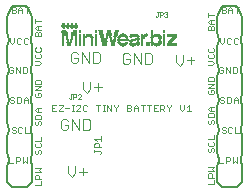
<source format=gto>
G75*
%MOIN*%
%OFA0B0*%
%FSLAX24Y24*%
%IPPOS*%
%LPD*%
%AMOC8*
5,1,8,0,0,1.08239X$1,22.5*
%
%ADD10C,0.0040*%
%ADD11C,0.0030*%
%ADD12C,0.0080*%
%ADD13R,0.0042X0.0007*%
%ADD14R,0.0035X0.0007*%
%ADD15R,0.0028X0.0007*%
%ADD16R,0.0099X0.0007*%
%ADD17R,0.0106X0.0007*%
%ADD18R,0.0092X0.0007*%
%ADD19R,0.0120X0.0007*%
%ADD20R,0.0113X0.0007*%
%ADD21R,0.0085X0.0007*%
%ADD22R,0.0333X0.0007*%
%ADD23R,0.0099X0.0007*%
%ADD24R,0.0106X0.0007*%
%ADD25R,0.0092X0.0007*%
%ADD26R,0.0163X0.0007*%
%ADD27R,0.0149X0.0007*%
%ADD28R,0.0092X0.0007*%
%ADD29R,0.0127X0.0007*%
%ADD30R,0.0333X0.0007*%
%ADD31R,0.0099X0.0007*%
%ADD32R,0.0106X0.0007*%
%ADD33R,0.0092X0.0007*%
%ADD34R,0.0113X0.0007*%
%ADD35R,0.0191X0.0007*%
%ADD36R,0.0177X0.0007*%
%ADD37R,0.0092X0.0007*%
%ADD38R,0.0149X0.0007*%
%ADD39R,0.0333X0.0007*%
%ADD40R,0.0120X0.0007*%
%ADD41R,0.0212X0.0007*%
%ADD42R,0.0191X0.0007*%
%ADD43R,0.0092X0.0007*%
%ADD44R,0.0177X0.0007*%
%ADD45R,0.0120X0.0007*%
%ADD46R,0.0234X0.0007*%
%ADD47R,0.0205X0.0007*%
%ADD48R,0.0099X0.0007*%
%ADD49R,0.0120X0.0007*%
%ADD50R,0.0092X0.0007*%
%ADD51R,0.0113X0.0007*%
%ADD52R,0.0120X0.0007*%
%ADD53R,0.0255X0.0007*%
%ADD54R,0.0220X0.0007*%
%ADD55R,0.0092X0.0007*%
%ADD56R,0.0106X0.0007*%
%ADD57R,0.0198X0.0007*%
%ADD58R,0.0333X0.0007*%
%ADD59R,0.0135X0.0007*%
%ADD60R,0.0127X0.0007*%
%ADD61R,0.0269X0.0007*%
%ADD62R,0.0326X0.0007*%
%ADD63R,0.0212X0.0007*%
%ADD64R,0.0135X0.0007*%
%ADD65R,0.0127X0.0007*%
%ADD66R,0.0127X0.0007*%
%ADD67R,0.0283X0.0007*%
%ADD68R,0.0333X0.0007*%
%ADD69R,0.0227X0.0007*%
%ADD70R,0.0135X0.0007*%
%ADD71R,0.0127X0.0007*%
%ADD72R,0.0290X0.0007*%
%ADD73R,0.0333X0.0007*%
%ADD74R,0.0135X0.0007*%
%ADD75R,0.0297X0.0007*%
%ADD76R,0.0340X0.0007*%
%ADD77R,0.0149X0.0007*%
%ADD78R,0.0135X0.0007*%
%ADD79R,0.0142X0.0007*%
%ADD80R,0.0312X0.0007*%
%ADD81R,0.0156X0.0007*%
%ADD82R,0.0340X0.0007*%
%ADD83R,0.0142X0.0007*%
%ADD84R,0.0120X0.0007*%
%ADD85R,0.0142X0.0007*%
%ADD86R,0.0326X0.0007*%
%ADD87R,0.0149X0.0007*%
%ADD88R,0.0142X0.0007*%
%ADD89R,0.0106X0.0007*%
%ADD90R,0.0127X0.0007*%
%ADD91R,0.0135X0.0007*%
%ADD92R,0.0113X0.0007*%
%ADD93R,0.0163X0.0007*%
%ADD94R,0.0163X0.0007*%
%ADD95R,0.0156X0.0007*%
%ADD96R,0.0113X0.0007*%
%ADD97R,0.0120X0.0007*%
%ADD98R,0.0163X0.0007*%
%ADD99R,0.0163X0.0007*%
%ADD100R,0.0085X0.0007*%
%ADD101R,0.0170X0.0007*%
%ADD102R,0.0177X0.0007*%
%ADD103R,0.0085X0.0007*%
%ADD104R,0.0078X0.0007*%
%ADD105R,0.0177X0.0007*%
%ADD106R,0.0106X0.0007*%
%ADD107R,0.0113X0.0007*%
%ADD108R,0.0085X0.0007*%
%ADD109R,0.0177X0.0007*%
%ADD110R,0.0085X0.0007*%
%ADD111R,0.0177X0.0007*%
%ADD112R,0.0177X0.0007*%
%ADD113R,0.0099X0.0007*%
%ADD114R,0.0184X0.0007*%
%ADD115R,0.0099X0.0007*%
%ADD116R,0.0368X0.0007*%
%ADD117R,0.0191X0.0007*%
%ADD118R,0.0368X0.0007*%
%ADD119R,0.0163X0.0007*%
%ADD120R,0.0184X0.0007*%
%ADD121R,0.0368X0.0007*%
%ADD122R,0.0290X0.0007*%
%ADD123R,0.0113X0.0007*%
%ADD124R,0.0085X0.0007*%
%ADD125R,0.0368X0.0007*%
%ADD126R,0.0276X0.0007*%
%ADD127R,0.0361X0.0007*%
%ADD128R,0.0255X0.0007*%
%ADD129R,0.0085X0.0007*%
%ADD130R,0.0361X0.0007*%
%ADD131R,0.0220X0.0007*%
%ADD132R,0.0361X0.0007*%
%ADD133R,0.0099X0.0007*%
%ADD134R,0.0106X0.0007*%
%ADD135R,0.0106X0.0007*%
%ADD136R,0.0120X0.0007*%
%ADD137R,0.0219X0.0007*%
%ADD138R,0.0142X0.0007*%
%ADD139R,0.0219X0.0007*%
%ADD140R,0.0312X0.0007*%
%ADD141R,0.0219X0.0007*%
%ADD142R,0.0347X0.0007*%
%ADD143R,0.0312X0.0007*%
%ADD144R,0.0304X0.0007*%
%ADD145R,0.0340X0.0007*%
%ADD146R,0.0312X0.0007*%
%ADD147R,0.0234X0.0007*%
%ADD148R,0.0297X0.0007*%
%ADD149R,0.0219X0.0007*%
%ADD150R,0.0312X0.0007*%
%ADD151R,0.0227X0.0007*%
%ADD152R,0.0283X0.0007*%
%ADD153R,0.0290X0.0007*%
%ADD154R,0.0269X0.0007*%
%ADD155R,0.0205X0.0007*%
%ADD156R,0.0184X0.0007*%
%ADD157R,0.0255X0.0007*%
%ADD158R,0.0198X0.0007*%
%ADD159R,0.0191X0.0007*%
%ADD160R,0.0184X0.0007*%
%ADD161R,0.0241X0.0007*%
%ADD162R,0.0255X0.0007*%
%ADD163R,0.0191X0.0007*%
%ADD164R,0.0198X0.0007*%
%ADD165R,0.0184X0.0007*%
%ADD166R,0.0234X0.0007*%
%ADD167R,0.0212X0.0007*%
%ADD168R,0.0184X0.0007*%
%ADD169R,0.0170X0.0007*%
%ADD170R,0.0170X0.0007*%
%ADD171R,0.0156X0.0007*%
%ADD172R,0.0035X0.0007*%
%ADD173R,0.0170X0.0007*%
%ADD174R,0.0042X0.0007*%
%ADD175R,0.0064X0.0007*%
%ADD176R,0.0028X0.0007*%
%ADD177R,0.0035X0.0007*%
%ADD178R,0.0156X0.0007*%
%ADD179R,0.0177X0.0007*%
%ADD180R,0.0170X0.0007*%
%ADD181R,0.0028X0.0007*%
%ADD182R,0.0028X0.0007*%
%ADD183R,0.0057X0.0007*%
%ADD184R,0.0057X0.0007*%
%ADD185R,0.0042X0.0007*%
%ADD186R,0.0043X0.0007*%
%ADD187R,0.0050X0.0007*%
%ADD188R,0.0050X0.0007*%
%ADD189R,0.0043X0.0007*%
%ADD190R,0.0043X0.0007*%
%ADD191R,0.0035X0.0007*%
%ADD192R,0.0035X0.0007*%
%ADD193R,0.0078X0.0007*%
%ADD194R,0.0064X0.0007*%
%ADD195C,0.0020*%
%ADD196C,0.0010*%
D10*
X001422Y001410D02*
X001555Y001410D01*
X001643Y001410D02*
X001643Y001610D01*
X001743Y001610D01*
X001776Y001577D01*
X001776Y001510D01*
X001743Y001477D01*
X001643Y001477D01*
X001864Y001410D02*
X001864Y001610D01*
X001997Y001610D02*
X001997Y001410D01*
X001931Y001477D01*
X001864Y001410D01*
X001422Y001410D02*
X001422Y001610D01*
X002276Y001743D02*
X002310Y001709D01*
X002343Y001709D01*
X002376Y001743D01*
X002376Y001809D01*
X002410Y001843D01*
X002443Y001843D01*
X002476Y001809D01*
X002476Y001743D01*
X002443Y001709D01*
X002276Y001743D02*
X002276Y001809D01*
X002310Y001843D01*
X002310Y001930D02*
X002443Y001930D01*
X002476Y001964D01*
X002476Y002030D01*
X002443Y002064D01*
X002476Y002151D02*
X002476Y002285D01*
X002476Y002151D02*
X002276Y002151D01*
X002310Y002064D02*
X002276Y002030D01*
X002276Y001964D01*
X002310Y001930D01*
X002076Y002394D02*
X001943Y002394D01*
X001943Y002595D01*
X001855Y002561D02*
X001822Y002595D01*
X001755Y002595D01*
X001722Y002561D01*
X001722Y002428D01*
X001755Y002394D01*
X001822Y002394D01*
X001855Y002428D01*
X001634Y002428D02*
X001601Y002394D01*
X001534Y002394D01*
X001501Y002428D01*
X001534Y002494D02*
X001601Y002494D01*
X001634Y002461D01*
X001634Y002428D01*
X001534Y002494D02*
X001501Y002528D01*
X001501Y002561D01*
X001534Y002595D01*
X001601Y002595D01*
X001634Y002561D01*
X002284Y002703D02*
X002318Y002670D01*
X002351Y002670D01*
X002384Y002703D01*
X002384Y002770D01*
X002418Y002803D01*
X002451Y002803D01*
X002484Y002770D01*
X002484Y002703D01*
X002451Y002670D01*
X002284Y002703D02*
X002284Y002770D01*
X002318Y002803D01*
X002284Y002891D02*
X002284Y002991D01*
X002318Y003024D01*
X002451Y003024D01*
X002484Y002991D01*
X002484Y002891D01*
X002284Y002891D01*
X002351Y003112D02*
X002284Y003179D01*
X002351Y003245D01*
X002484Y003245D01*
X002384Y003245D02*
X002384Y003112D01*
X002351Y003112D02*
X002484Y003112D01*
X002852Y003144D02*
X002986Y003144D01*
X003073Y003144D02*
X003073Y003178D01*
X003207Y003311D01*
X003207Y003345D01*
X003073Y003345D01*
X002986Y003345D02*
X002852Y003345D01*
X002852Y003144D01*
X002852Y003245D02*
X002919Y003245D01*
X003073Y003144D02*
X003207Y003144D01*
X003294Y003245D02*
X003428Y003245D01*
X003515Y003144D02*
X003582Y003144D01*
X003548Y003144D02*
X003548Y003345D01*
X003515Y003345D02*
X003582Y003345D01*
X003662Y003311D02*
X003696Y003345D01*
X003763Y003345D01*
X003796Y003311D01*
X003796Y003278D01*
X003662Y003144D01*
X003796Y003144D01*
X003883Y003178D02*
X003917Y003144D01*
X003984Y003144D01*
X004017Y003178D01*
X004017Y003311D02*
X003984Y003345D01*
X003917Y003345D01*
X003883Y003311D01*
X003883Y003178D01*
X004325Y003345D02*
X004459Y003345D01*
X004392Y003345D02*
X004392Y003144D01*
X004546Y003144D02*
X004613Y003144D01*
X004580Y003144D02*
X004580Y003345D01*
X004613Y003345D02*
X004546Y003345D01*
X004694Y003345D02*
X004827Y003144D01*
X004827Y003345D01*
X004915Y003345D02*
X004915Y003311D01*
X004981Y003245D01*
X004981Y003144D01*
X004981Y003245D02*
X005048Y003311D01*
X005048Y003345D01*
X005357Y003345D02*
X005357Y003144D01*
X005457Y003144D01*
X005490Y003178D01*
X005490Y003211D01*
X005457Y003245D01*
X005357Y003245D01*
X005457Y003245D02*
X005490Y003278D01*
X005490Y003311D01*
X005457Y003345D01*
X005357Y003345D01*
X005578Y003278D02*
X005644Y003345D01*
X005711Y003278D01*
X005711Y003144D01*
X005711Y003245D02*
X005578Y003245D01*
X005578Y003278D02*
X005578Y003144D01*
X005865Y003144D02*
X005865Y003345D01*
X005799Y003345D02*
X005932Y003345D01*
X006020Y003345D02*
X006153Y003345D01*
X006086Y003345D02*
X006086Y003144D01*
X006241Y003144D02*
X006374Y003144D01*
X006462Y003144D02*
X006462Y003345D01*
X006562Y003345D01*
X006595Y003311D01*
X006595Y003245D01*
X006562Y003211D01*
X006462Y003211D01*
X006528Y003211D02*
X006595Y003144D01*
X006749Y003144D02*
X006749Y003245D01*
X006816Y003311D01*
X006816Y003345D01*
X006749Y003245D02*
X006683Y003311D01*
X006683Y003345D01*
X006374Y003345D02*
X006241Y003345D01*
X006241Y003144D01*
X006241Y003245D02*
X006307Y003245D01*
X007125Y003211D02*
X007191Y003144D01*
X007258Y003211D01*
X007258Y003345D01*
X007346Y003278D02*
X007412Y003345D01*
X007412Y003144D01*
X007346Y003144D02*
X007479Y003144D01*
X007125Y003211D02*
X007125Y003345D01*
X008060Y003222D02*
X008126Y003289D01*
X008260Y003289D01*
X008160Y003289D02*
X008160Y003155D01*
X008126Y003155D02*
X008060Y003222D01*
X008126Y003155D02*
X008260Y003155D01*
X008227Y003068D02*
X008093Y003068D01*
X008060Y003034D01*
X008060Y002934D01*
X008260Y002934D01*
X008260Y003034D01*
X008227Y003068D01*
X008227Y002847D02*
X008260Y002813D01*
X008260Y002747D01*
X008227Y002713D01*
X008160Y002747D02*
X008160Y002813D01*
X008193Y002847D01*
X008227Y002847D01*
X008160Y002747D02*
X008126Y002713D01*
X008093Y002713D01*
X008060Y002747D01*
X008060Y002813D01*
X008093Y002847D01*
X008501Y002561D02*
X008501Y002528D01*
X008534Y002494D01*
X008601Y002494D01*
X008634Y002461D01*
X008634Y002428D01*
X008601Y002394D01*
X008534Y002394D01*
X008501Y002428D01*
X008501Y002561D02*
X008534Y002595D01*
X008601Y002595D01*
X008634Y002561D01*
X008722Y002561D02*
X008722Y002428D01*
X008755Y002394D01*
X008822Y002394D01*
X008855Y002428D01*
X008943Y002394D02*
X009076Y002394D01*
X008943Y002394D02*
X008943Y002595D01*
X008855Y002561D02*
X008822Y002595D01*
X008755Y002595D01*
X008722Y002561D01*
X008260Y002344D02*
X008260Y002210D01*
X008060Y002210D01*
X008093Y002123D02*
X008060Y002089D01*
X008060Y002023D01*
X008093Y001989D01*
X008227Y001989D01*
X008260Y002023D01*
X008260Y002089D01*
X008227Y002123D01*
X008227Y001902D02*
X008260Y001869D01*
X008260Y001802D01*
X008227Y001768D01*
X008160Y001802D02*
X008160Y001869D01*
X008193Y001902D01*
X008227Y001902D01*
X008093Y001902D02*
X008060Y001869D01*
X008060Y001802D01*
X008093Y001768D01*
X008126Y001768D01*
X008160Y001802D01*
X008422Y001610D02*
X008422Y001410D01*
X008555Y001410D01*
X008643Y001410D02*
X008643Y001610D01*
X008743Y001610D01*
X008776Y001577D01*
X008776Y001510D01*
X008743Y001477D01*
X008643Y001477D01*
X008864Y001410D02*
X008864Y001610D01*
X008997Y001610D02*
X008997Y001410D01*
X008931Y001477D01*
X008864Y001410D01*
X008260Y001281D02*
X008060Y001281D01*
X008060Y001147D02*
X008260Y001147D01*
X008193Y001214D01*
X008260Y001281D01*
X008160Y001060D02*
X008193Y001027D01*
X008193Y000926D01*
X008260Y000926D02*
X008060Y000926D01*
X008060Y001027D01*
X008093Y001060D01*
X008160Y001060D01*
X008260Y000839D02*
X008260Y000705D01*
X008060Y000705D01*
X004694Y003144D02*
X004694Y003345D01*
X002484Y003648D02*
X002451Y003615D01*
X002318Y003615D01*
X002284Y003648D01*
X002284Y003715D01*
X002318Y003748D01*
X002284Y003715D01*
X002284Y003648D01*
X002318Y003615D01*
X002451Y003615D01*
X002484Y003648D01*
X002484Y003715D01*
X002451Y003748D01*
X002384Y003748D01*
X002384Y003682D01*
X002384Y003748D01*
X002451Y003748D01*
X002484Y003715D01*
X002484Y003648D01*
X002484Y003836D02*
X002284Y003836D01*
X002484Y003969D01*
X002284Y003969D01*
X002484Y003969D01*
X002284Y003836D01*
X002484Y003836D01*
X002484Y004057D02*
X002284Y004057D01*
X002284Y004157D01*
X002318Y004190D01*
X002451Y004190D01*
X002484Y004157D01*
X002484Y004057D01*
X002484Y004157D01*
X002451Y004190D01*
X002318Y004190D01*
X002284Y004157D01*
X002284Y004057D01*
X002484Y004057D01*
X001997Y004436D02*
X001964Y004402D01*
X001864Y004402D01*
X001864Y004602D01*
X001964Y004602D01*
X001997Y004569D01*
X001997Y004436D01*
X001776Y004402D02*
X001776Y004602D01*
X001643Y004602D02*
X001776Y004402D01*
X001643Y004402D02*
X001643Y004602D01*
X001555Y004569D02*
X001522Y004602D01*
X001455Y004602D01*
X001422Y004569D01*
X001422Y004436D01*
X001455Y004402D01*
X001522Y004402D01*
X001555Y004436D01*
X001555Y004502D01*
X001489Y004502D01*
X002288Y004684D02*
X002421Y004684D01*
X002488Y004751D01*
X002421Y004818D01*
X002288Y004818D01*
X002321Y004905D02*
X002455Y004905D01*
X002488Y004939D01*
X002488Y005005D01*
X002455Y005039D01*
X002455Y005126D02*
X002321Y005126D01*
X002288Y005160D01*
X002288Y005226D01*
X002321Y005260D01*
X002455Y005260D02*
X002488Y005226D01*
X002488Y005160D01*
X002455Y005126D01*
X002321Y005039D02*
X002288Y005005D01*
X002288Y004939D01*
X002321Y004905D01*
X002003Y005387D02*
X001937Y005387D01*
X001903Y005420D01*
X001903Y005553D01*
X001937Y005587D01*
X002003Y005587D01*
X002037Y005553D01*
X002037Y005420D02*
X002003Y005387D01*
X001816Y005420D02*
X001782Y005387D01*
X001716Y005387D01*
X001682Y005420D01*
X001682Y005553D01*
X001716Y005587D01*
X001782Y005587D01*
X001816Y005553D01*
X001595Y005587D02*
X001595Y005453D01*
X001528Y005387D01*
X001461Y005453D01*
X001461Y005587D01*
X002272Y005631D02*
X002272Y005731D01*
X002306Y005764D01*
X002339Y005764D01*
X002372Y005731D01*
X002372Y005631D01*
X002472Y005631D02*
X002272Y005631D01*
X002372Y005731D02*
X002406Y005764D01*
X002439Y005764D01*
X002472Y005731D01*
X002472Y005631D01*
X002472Y005852D02*
X002339Y005852D01*
X002272Y005919D01*
X002339Y005985D01*
X002472Y005985D01*
X002372Y005985D02*
X002372Y005852D01*
X002272Y006073D02*
X002272Y006206D01*
X002272Y006140D02*
X002472Y006140D01*
X002009Y006410D02*
X002009Y006610D01*
X001943Y006610D02*
X002076Y006610D01*
X001855Y006544D02*
X001855Y006410D01*
X001722Y006410D02*
X001722Y006544D01*
X001788Y006610D01*
X001855Y006544D01*
X001855Y006510D02*
X001722Y006510D01*
X001634Y006477D02*
X001634Y006444D01*
X001601Y006410D01*
X001501Y006410D01*
X001501Y006610D01*
X001601Y006610D01*
X001634Y006577D01*
X001634Y006544D01*
X001601Y006510D01*
X001501Y006510D01*
X001601Y006510D02*
X001634Y006477D01*
X001682Y003618D02*
X001782Y003618D01*
X001816Y003585D01*
X001816Y003451D01*
X001782Y003418D01*
X001682Y003418D01*
X001682Y003618D01*
X001595Y003585D02*
X001561Y003618D01*
X001495Y003618D01*
X001461Y003585D01*
X001461Y003551D01*
X001495Y003518D01*
X001561Y003518D01*
X001595Y003485D01*
X001595Y003451D01*
X001561Y003418D01*
X001495Y003418D01*
X001461Y003451D01*
X001903Y003418D02*
X001903Y003551D01*
X001970Y003618D01*
X002037Y003551D01*
X002037Y003418D01*
X002037Y003518D02*
X001903Y003518D01*
X002284Y001238D02*
X002484Y001238D01*
X002418Y001171D01*
X002484Y001104D01*
X002284Y001104D01*
X002318Y001017D02*
X002284Y000983D01*
X002284Y000883D01*
X002484Y000883D01*
X002418Y000883D02*
X002418Y000983D01*
X002384Y001017D01*
X002318Y001017D01*
X002484Y000796D02*
X002484Y000662D01*
X002284Y000662D01*
X008060Y003731D02*
X008093Y003698D01*
X008227Y003698D01*
X008260Y003731D01*
X008260Y003798D01*
X008227Y003831D01*
X008160Y003831D01*
X008160Y003764D01*
X008093Y003831D02*
X008060Y003798D01*
X008060Y003731D01*
X008060Y003919D02*
X008260Y004052D01*
X008060Y004052D01*
X008060Y004140D02*
X008060Y004240D01*
X008093Y004273D01*
X008227Y004273D01*
X008260Y004240D01*
X008260Y004140D01*
X008060Y004140D01*
X008060Y003919D02*
X008260Y003919D01*
X008495Y003618D02*
X008461Y003585D01*
X008461Y003551D01*
X008495Y003518D01*
X008561Y003518D01*
X008595Y003485D01*
X008595Y003451D01*
X008561Y003418D01*
X008495Y003418D01*
X008461Y003451D01*
X008495Y003618D02*
X008561Y003618D01*
X008595Y003585D01*
X008682Y003618D02*
X008782Y003618D01*
X008816Y003585D01*
X008816Y003451D01*
X008782Y003418D01*
X008682Y003418D01*
X008682Y003618D01*
X008903Y003551D02*
X008903Y003418D01*
X008903Y003518D02*
X009037Y003518D01*
X009037Y003551D02*
X008970Y003618D01*
X008903Y003551D01*
X009037Y003551D02*
X009037Y003418D01*
X008964Y004402D02*
X008864Y004402D01*
X008864Y004602D01*
X008964Y004602D01*
X008997Y004569D01*
X008997Y004436D01*
X008964Y004402D01*
X008776Y004402D02*
X008776Y004602D01*
X008643Y004602D02*
X008776Y004402D01*
X008643Y004402D02*
X008643Y004602D01*
X008555Y004569D02*
X008522Y004602D01*
X008455Y004602D01*
X008422Y004569D01*
X008422Y004436D01*
X008455Y004402D01*
X008522Y004402D01*
X008555Y004436D01*
X008555Y004502D01*
X008489Y004502D01*
X008260Y004749D02*
X008193Y004682D01*
X008060Y004682D01*
X008060Y004815D02*
X008193Y004815D01*
X008260Y004749D01*
X008227Y004903D02*
X008093Y004903D01*
X008060Y004936D01*
X008060Y005003D01*
X008093Y005036D01*
X008093Y005124D02*
X008227Y005124D01*
X008260Y005157D01*
X008260Y005224D01*
X008227Y005257D01*
X008093Y005257D02*
X008060Y005224D01*
X008060Y005157D01*
X008093Y005124D01*
X008227Y005036D02*
X008260Y005003D01*
X008260Y004936D01*
X008227Y004903D01*
X008528Y005387D02*
X008595Y005453D01*
X008595Y005587D01*
X008682Y005553D02*
X008682Y005420D01*
X008716Y005387D01*
X008782Y005387D01*
X008816Y005420D01*
X008903Y005420D02*
X008937Y005387D01*
X009003Y005387D01*
X009037Y005420D01*
X009037Y005553D02*
X009003Y005587D01*
X008937Y005587D01*
X008903Y005553D01*
X008903Y005420D01*
X008816Y005553D02*
X008782Y005587D01*
X008716Y005587D01*
X008682Y005553D01*
X008461Y005587D02*
X008461Y005453D01*
X008528Y005387D01*
X008236Y005831D02*
X008036Y005831D01*
X008036Y005932D01*
X008069Y005965D01*
X008103Y005965D01*
X008136Y005932D01*
X008136Y005831D01*
X008236Y005831D02*
X008236Y005932D01*
X008203Y005965D01*
X008170Y005965D01*
X008136Y005932D01*
X008136Y006052D02*
X008136Y006186D01*
X008103Y006186D02*
X008236Y006186D01*
X008103Y006186D02*
X008036Y006119D01*
X008103Y006052D01*
X008236Y006052D01*
X008236Y006340D02*
X008036Y006340D01*
X008036Y006273D02*
X008036Y006407D01*
X008501Y006410D02*
X008601Y006410D01*
X008634Y006444D01*
X008634Y006477D01*
X008601Y006510D01*
X008501Y006510D01*
X008601Y006510D02*
X008634Y006544D01*
X008634Y006577D01*
X008601Y006610D01*
X008501Y006610D01*
X008501Y006410D01*
X008722Y006410D02*
X008722Y006544D01*
X008788Y006610D01*
X008855Y006544D01*
X008855Y006410D01*
X009009Y006410D02*
X009009Y006610D01*
X008943Y006610D02*
X009076Y006610D01*
X008855Y006510D02*
X008722Y006510D01*
D11*
X007227Y005020D02*
X007227Y004773D01*
X007103Y004649D01*
X006980Y004773D01*
X006980Y005020D01*
X007348Y004834D02*
X007595Y004834D01*
X007472Y004711D02*
X007472Y004958D01*
X006184Y005013D02*
X006184Y004766D01*
X006122Y004704D01*
X005937Y004704D01*
X005937Y005075D01*
X006122Y005075D01*
X006184Y005013D01*
X005816Y005075D02*
X005816Y004704D01*
X005569Y005075D01*
X005569Y004704D01*
X005447Y004766D02*
X005447Y004890D01*
X005324Y004890D01*
X005200Y005013D02*
X005200Y004766D01*
X005262Y004704D01*
X005386Y004704D01*
X005447Y004766D01*
X005447Y005013D02*
X005386Y005075D01*
X005262Y005075D01*
X005200Y005013D01*
X004452Y005048D02*
X004452Y004802D01*
X004390Y004740D01*
X004205Y004740D01*
X004205Y005110D01*
X004390Y005110D01*
X004452Y005048D01*
X004083Y005110D02*
X004083Y004740D01*
X003836Y005110D01*
X003836Y004740D01*
X003715Y004802D02*
X003715Y004925D01*
X003592Y004925D01*
X003715Y005048D02*
X003653Y005110D01*
X003530Y005110D01*
X003468Y005048D01*
X003468Y004802D01*
X003530Y004740D01*
X003653Y004740D01*
X003715Y004802D01*
X003882Y004122D02*
X003882Y003875D01*
X004005Y003752D01*
X004128Y003875D01*
X004128Y004122D01*
X004250Y003937D02*
X004497Y003937D01*
X004373Y004060D02*
X004373Y003813D01*
X004063Y002874D02*
X003878Y002874D01*
X003878Y002504D01*
X004063Y002504D01*
X004125Y002565D01*
X004125Y002812D01*
X004063Y002874D01*
X003757Y002874D02*
X003757Y002504D01*
X003510Y002874D01*
X003510Y002504D01*
X003388Y002565D02*
X003388Y002689D01*
X003265Y002689D01*
X003388Y002812D02*
X003327Y002874D01*
X003203Y002874D01*
X003141Y002812D01*
X003141Y002565D01*
X003203Y002504D01*
X003327Y002504D01*
X003388Y002565D01*
X003382Y001311D02*
X003382Y001064D01*
X003505Y000941D01*
X003628Y001064D01*
X003628Y001311D01*
X003873Y001249D02*
X003873Y001002D01*
X003750Y001126D02*
X003997Y001126D01*
D12*
X001522Y000603D02*
X001351Y000774D01*
X001351Y001274D01*
X001404Y001524D01*
X001351Y001774D01*
X001351Y002274D01*
X001404Y002524D01*
X001351Y002774D01*
X001351Y003274D01*
X001404Y003524D01*
X001351Y003774D01*
X001351Y004274D01*
X001404Y004524D01*
X001351Y004774D01*
X001351Y005274D01*
X001404Y005524D01*
X001351Y005774D01*
X001351Y006274D01*
X001522Y006642D01*
X002022Y006642D01*
X002193Y006274D01*
X002193Y005774D01*
X002140Y005524D01*
X002193Y005274D01*
X002193Y004774D01*
X002140Y004524D01*
X002193Y004274D01*
X002193Y003774D01*
X002140Y003524D01*
X002193Y003274D01*
X002193Y002774D01*
X002140Y002524D01*
X002193Y002274D01*
X002193Y001774D01*
X002140Y001524D01*
X002193Y001274D01*
X002193Y000774D01*
X002022Y000603D01*
X001522Y000603D01*
X008351Y000774D02*
X008522Y000603D01*
X009022Y000603D01*
X009193Y000774D01*
X009193Y001274D01*
X009140Y001524D01*
X009193Y001774D01*
X009193Y002274D01*
X009140Y002524D01*
X009193Y002774D01*
X009193Y003274D01*
X009140Y003524D01*
X009193Y003774D01*
X009193Y004274D01*
X009140Y004524D01*
X009193Y004774D01*
X009193Y005274D01*
X009140Y005524D01*
X009193Y005774D01*
X009193Y006274D01*
X009022Y006642D01*
X008522Y006642D01*
X008351Y006274D01*
X008351Y005774D01*
X008404Y005524D01*
X008351Y005274D01*
X008351Y004774D01*
X008404Y004524D01*
X008351Y004274D01*
X008351Y003774D01*
X008404Y003524D01*
X008351Y003274D01*
X008351Y002774D01*
X008404Y002524D01*
X008351Y002274D01*
X008351Y001774D01*
X008404Y001524D01*
X008351Y001274D01*
X008351Y000774D01*
D13*
X005216Y005292D03*
X003679Y005943D03*
X003665Y005986D03*
X003594Y005943D03*
X003594Y005936D03*
X003545Y005943D03*
X003530Y005986D03*
X003460Y005943D03*
X003460Y005936D03*
X003410Y005943D03*
X003396Y005986D03*
X003261Y005986D03*
X003190Y005943D03*
X003190Y005936D03*
X003233Y005886D03*
X003368Y005886D03*
X003502Y005886D03*
X003637Y005886D03*
D14*
X003229Y006035D03*
X005545Y005292D03*
D15*
X006016Y005695D03*
X006342Y005292D03*
D16*
X006342Y005299D03*
X006455Y005447D03*
X006455Y005462D03*
X006455Y005497D03*
X006455Y005511D03*
X006448Y005561D03*
X006596Y005561D03*
X006596Y005547D03*
X006596Y005511D03*
X006596Y005497D03*
X006596Y005462D03*
X006596Y005447D03*
X006596Y005412D03*
X006596Y005398D03*
X006596Y005370D03*
X006596Y005348D03*
X006596Y005320D03*
X006596Y005299D03*
X006596Y005589D03*
X006596Y005610D03*
X006596Y005639D03*
X006596Y005660D03*
X006596Y005738D03*
X006596Y005766D03*
X006596Y005787D03*
X006596Y005816D03*
X006186Y005547D03*
X005860Y005511D03*
X005860Y005497D03*
X005860Y005462D03*
X005860Y005447D03*
X005860Y005412D03*
X005860Y005398D03*
X005860Y005370D03*
X005860Y005348D03*
X005860Y005320D03*
X005860Y005299D03*
X005711Y005447D03*
X005711Y005462D03*
X005711Y005561D03*
X005711Y005589D03*
X005485Y005589D03*
X005478Y005447D03*
X005336Y005412D03*
X005329Y005398D03*
X005336Y005547D03*
X005322Y005589D03*
X005081Y005561D03*
X005081Y005547D03*
X004954Y005589D03*
X004947Y005561D03*
X004939Y005547D03*
X004932Y005511D03*
X004925Y005497D03*
X004805Y005547D03*
X004791Y005610D03*
X004543Y005497D03*
X004600Y005299D03*
X004869Y005299D03*
X005088Y005412D03*
X004175Y005412D03*
X004175Y005398D03*
X004175Y005370D03*
X004175Y005348D03*
X004175Y005320D03*
X004175Y005299D03*
X004175Y005447D03*
X004175Y005462D03*
X004175Y005497D03*
X004175Y005511D03*
X004175Y005547D03*
X004175Y005561D03*
X003927Y005561D03*
X003927Y005547D03*
X003778Y005547D03*
X003778Y005561D03*
X003778Y005589D03*
X003778Y005610D03*
X003778Y005639D03*
X003778Y005660D03*
X003778Y005738D03*
X003778Y005766D03*
X003778Y005787D03*
X003778Y005816D03*
X003630Y005639D03*
X003630Y005610D03*
X003630Y005589D03*
X003630Y005561D03*
X003630Y005547D03*
X003630Y005511D03*
X003630Y005497D03*
X003630Y005462D03*
X003630Y005447D03*
X003630Y005412D03*
X003630Y005398D03*
X003630Y005370D03*
X003630Y005348D03*
X003630Y005320D03*
X003630Y005299D03*
X003778Y005299D03*
X003778Y005320D03*
X003778Y005348D03*
X003778Y005370D03*
X003778Y005398D03*
X003778Y005412D03*
X003778Y005447D03*
X003778Y005462D03*
X003778Y005497D03*
X003778Y005511D03*
X003226Y005511D03*
X003226Y005497D03*
X003226Y005462D03*
X003226Y005447D03*
X003226Y005412D03*
X003226Y005398D03*
X003226Y005370D03*
X003226Y005348D03*
X003226Y005320D03*
X003226Y005299D03*
X003226Y005547D03*
X003226Y005561D03*
X003226Y005589D03*
X003226Y005610D03*
X003226Y005639D03*
D17*
X003428Y005299D03*
X004164Y005589D03*
X004497Y005660D03*
X004504Y005639D03*
X004511Y005610D03*
X004518Y005589D03*
X004525Y005561D03*
X004539Y005511D03*
X004490Y005688D03*
X004957Y005610D03*
X004964Y005639D03*
X004971Y005660D03*
X004993Y005738D03*
X005000Y005766D03*
X005007Y005787D03*
X005014Y005816D03*
X005092Y005589D03*
X005092Y005398D03*
X005708Y005412D03*
X005708Y005547D03*
X005977Y005660D03*
X006189Y005561D03*
X006189Y005412D03*
X006041Y005398D03*
X006041Y005370D03*
X006041Y005348D03*
X006041Y005320D03*
X006041Y005299D03*
X006444Y005412D03*
D18*
X006182Y005447D03*
X006182Y005462D03*
X006182Y005497D03*
X006182Y005511D03*
X006182Y005639D03*
X006182Y005660D03*
X006182Y005688D03*
X006182Y005738D03*
X006182Y005766D03*
X006182Y005787D03*
X006182Y005816D03*
X005856Y005660D03*
X005856Y005639D03*
X005474Y005561D03*
X005332Y005561D03*
X005078Y005447D03*
X004816Y005497D03*
X004816Y005511D03*
X004801Y005561D03*
X004794Y005589D03*
X004674Y005589D03*
X004667Y005561D03*
X004653Y005497D03*
X004320Y005497D03*
X004320Y005511D03*
X004320Y005547D03*
X004320Y005561D03*
X004320Y005589D03*
X004320Y005610D03*
X004320Y005639D03*
X004320Y005660D03*
X004320Y005738D03*
X004320Y005766D03*
X004320Y005787D03*
X004320Y005816D03*
X003923Y005660D03*
X003923Y005639D03*
X003923Y005511D03*
X003923Y005497D03*
X003923Y005462D03*
X003923Y005447D03*
X003923Y005412D03*
X003923Y005398D03*
X003923Y005370D03*
X003923Y005348D03*
X003923Y005320D03*
X003923Y005299D03*
X004320Y005299D03*
X004320Y005320D03*
X004320Y005348D03*
X004320Y005370D03*
X004320Y005398D03*
X004320Y005412D03*
X004320Y005447D03*
X004320Y005462D03*
X003633Y005915D03*
X003364Y005915D03*
X003229Y005915D03*
X003329Y005639D03*
X003336Y005610D03*
X003343Y005589D03*
X003364Y005511D03*
X003364Y005497D03*
X003378Y005447D03*
X003491Y005497D03*
X003520Y005610D03*
X003527Y005639D03*
X006182Y005348D03*
X006182Y005320D03*
X006182Y005299D03*
D19*
X006196Y005398D03*
X006196Y005589D03*
X005970Y005639D03*
X005212Y005688D03*
X005113Y005610D03*
X005212Y005299D03*
X006897Y005547D03*
D20*
X006866Y005511D03*
X006809Y005447D03*
X006766Y005398D03*
X006434Y005398D03*
X006434Y005589D03*
X005704Y005398D03*
X005541Y005299D03*
X005478Y005370D03*
X005492Y005462D03*
X005499Y005610D03*
X004869Y005320D03*
X004600Y005320D03*
X004472Y005766D03*
X004465Y005787D03*
X004458Y005816D03*
X003934Y005589D03*
D21*
X003502Y005547D03*
X003495Y005511D03*
X003353Y005547D03*
X005718Y005299D03*
D22*
X006848Y005299D03*
X006848Y005320D03*
X006848Y005348D03*
X006848Y005370D03*
D23*
X006596Y005355D03*
X006596Y005306D03*
X006596Y005405D03*
X006596Y005455D03*
X006596Y005504D03*
X006596Y005554D03*
X006596Y005603D03*
X006596Y005653D03*
X006448Y005554D03*
X006455Y005504D03*
X006455Y005455D03*
X006186Y005554D03*
X005860Y005504D03*
X005860Y005455D03*
X005860Y005405D03*
X005860Y005355D03*
X005860Y005306D03*
X005711Y005455D03*
X005711Y005554D03*
X005492Y005603D03*
X005336Y005554D03*
X005329Y005405D03*
X005088Y005405D03*
X005081Y005554D03*
X004954Y005603D03*
X004939Y005554D03*
X004968Y005653D03*
X004869Y005306D03*
X004600Y005306D03*
X004543Y005504D03*
X004529Y005554D03*
X004515Y005603D03*
X004175Y005554D03*
X004175Y005504D03*
X004175Y005455D03*
X004175Y005405D03*
X004175Y005355D03*
X004175Y005306D03*
X003927Y005554D03*
X003778Y005554D03*
X003778Y005603D03*
X003778Y005653D03*
X003630Y005603D03*
X003630Y005554D03*
X003630Y005504D03*
X003630Y005455D03*
X003630Y005405D03*
X003630Y005355D03*
X003630Y005306D03*
X003778Y005306D03*
X003778Y005355D03*
X003778Y005405D03*
X003778Y005455D03*
X003778Y005504D03*
X003778Y005773D03*
X003778Y005823D03*
X003226Y005603D03*
X003226Y005554D03*
X003226Y005504D03*
X003226Y005455D03*
X003226Y005405D03*
X003226Y005355D03*
X003226Y005306D03*
X006596Y005773D03*
X006596Y005823D03*
D24*
X006437Y005405D03*
X006041Y005355D03*
X006041Y005306D03*
X005708Y005405D03*
X005481Y005455D03*
X005311Y005603D03*
X005000Y005773D03*
X004504Y005653D03*
X004469Y005773D03*
X003428Y005306D03*
X005701Y005603D03*
D25*
X005856Y005653D03*
X006182Y005653D03*
X006182Y005773D03*
X006182Y005823D03*
X006182Y005504D03*
X006182Y005455D03*
X006182Y005306D03*
X004816Y005504D03*
X004801Y005554D03*
X004794Y005603D03*
X004667Y005554D03*
X004320Y005554D03*
X004320Y005603D03*
X004320Y005653D03*
X004320Y005773D03*
X004320Y005823D03*
X003923Y005653D03*
X003923Y005504D03*
X003923Y005455D03*
X003923Y005405D03*
X003923Y005355D03*
X003923Y005306D03*
X004320Y005306D03*
X004320Y005355D03*
X004320Y005405D03*
X004320Y005455D03*
X004320Y005504D03*
X003520Y005603D03*
X003506Y005554D03*
X003364Y005504D03*
X003378Y005455D03*
X003336Y005603D03*
D26*
X003598Y005773D03*
X005212Y005306D03*
D27*
X005545Y005306D03*
D28*
X005467Y005405D03*
X005715Y005306D03*
X004929Y005504D03*
X003350Y005554D03*
D29*
X004734Y005773D03*
X004869Y005355D03*
X006342Y005306D03*
D30*
X006303Y005355D03*
X006848Y005355D03*
X006848Y005306D03*
D31*
X006596Y005313D03*
X006596Y005327D03*
X006596Y005341D03*
X006596Y005362D03*
X006596Y005377D03*
X006596Y005391D03*
X006596Y005419D03*
X006596Y005426D03*
X006596Y005440D03*
X006596Y005469D03*
X006596Y005483D03*
X006596Y005490D03*
X006596Y005518D03*
X006596Y005532D03*
X006596Y005540D03*
X006596Y005568D03*
X006596Y005582D03*
X006596Y005596D03*
X006596Y005617D03*
X006596Y005632D03*
X006596Y005646D03*
X006596Y005667D03*
X006596Y005681D03*
X006596Y005731D03*
X006596Y005745D03*
X006596Y005759D03*
X006596Y005780D03*
X006596Y005794D03*
X006596Y005809D03*
X006455Y005540D03*
X006455Y005532D03*
X006455Y005518D03*
X006455Y005490D03*
X006455Y005483D03*
X006455Y005469D03*
X006448Y005426D03*
X006186Y005426D03*
X006186Y005440D03*
X006186Y005540D03*
X005980Y005667D03*
X005860Y005540D03*
X005860Y005532D03*
X005860Y005518D03*
X005860Y005490D03*
X005860Y005483D03*
X005860Y005469D03*
X005860Y005440D03*
X005860Y005426D03*
X005860Y005419D03*
X005860Y005391D03*
X005860Y005377D03*
X005860Y005362D03*
X005860Y005341D03*
X005860Y005327D03*
X005860Y005313D03*
X005711Y005419D03*
X005711Y005426D03*
X005711Y005440D03*
X005711Y005469D03*
X005711Y005568D03*
X005711Y005582D03*
X005704Y005596D03*
X005485Y005596D03*
X005336Y005540D03*
X005471Y005426D03*
X005471Y005391D03*
X005081Y005419D03*
X005081Y005426D03*
X005081Y005568D03*
X004961Y005617D03*
X004961Y005632D03*
X004968Y005646D03*
X004975Y005681D03*
X004982Y005709D03*
X004989Y005731D03*
X004996Y005759D03*
X005003Y005780D03*
X005010Y005809D03*
X004954Y005596D03*
X004947Y005582D03*
X004947Y005568D03*
X004939Y005540D03*
X004932Y005518D03*
X004925Y005490D03*
X004819Y005490D03*
X004812Y005518D03*
X004550Y005483D03*
X004536Y005532D03*
X004522Y005582D03*
X004508Y005632D03*
X004175Y005540D03*
X004175Y005532D03*
X004175Y005518D03*
X004175Y005490D03*
X004175Y005483D03*
X004175Y005469D03*
X004175Y005440D03*
X004175Y005426D03*
X004175Y005419D03*
X004175Y005391D03*
X004175Y005377D03*
X004175Y005362D03*
X004175Y005341D03*
X004175Y005327D03*
X004175Y005313D03*
X003927Y005540D03*
X003778Y005540D03*
X003778Y005532D03*
X003778Y005518D03*
X003778Y005490D03*
X003778Y005483D03*
X003778Y005469D03*
X003778Y005440D03*
X003778Y005426D03*
X003778Y005419D03*
X003778Y005391D03*
X003778Y005377D03*
X003778Y005362D03*
X003778Y005341D03*
X003778Y005327D03*
X003778Y005313D03*
X003630Y005313D03*
X003630Y005327D03*
X003630Y005341D03*
X003630Y005362D03*
X003630Y005377D03*
X003630Y005391D03*
X003630Y005419D03*
X003630Y005426D03*
X003630Y005440D03*
X003630Y005469D03*
X003630Y005483D03*
X003630Y005490D03*
X003630Y005518D03*
X003630Y005532D03*
X003630Y005540D03*
X003630Y005568D03*
X003630Y005582D03*
X003630Y005596D03*
X003630Y005617D03*
X003630Y005632D03*
X003630Y005646D03*
X003778Y005646D03*
X003778Y005632D03*
X003778Y005617D03*
X003778Y005596D03*
X003778Y005582D03*
X003778Y005568D03*
X003778Y005667D03*
X003778Y005681D03*
X003778Y005731D03*
X003778Y005745D03*
X003778Y005759D03*
X003778Y005780D03*
X003778Y005794D03*
X003778Y005809D03*
X003226Y005646D03*
X003226Y005632D03*
X003226Y005617D03*
X003226Y005596D03*
X003226Y005582D03*
X003226Y005568D03*
X003226Y005540D03*
X003226Y005532D03*
X003226Y005518D03*
X003226Y005490D03*
X003226Y005483D03*
X003226Y005469D03*
X003226Y005440D03*
X003226Y005426D03*
X003226Y005419D03*
X003226Y005391D03*
X003226Y005377D03*
X003226Y005362D03*
X003226Y005341D03*
X003226Y005327D03*
X003226Y005313D03*
D32*
X003428Y005313D03*
X003930Y005568D03*
X004171Y005568D03*
X004171Y005582D03*
X004497Y005667D03*
X004497Y005681D03*
X004490Y005695D03*
X004504Y005646D03*
X004511Y005617D03*
X004518Y005596D03*
X004525Y005568D03*
X004539Y005518D03*
X004546Y005490D03*
X004596Y005313D03*
X005099Y005391D03*
X005092Y005582D03*
X005099Y005596D03*
X004971Y005667D03*
X004986Y005717D03*
X004993Y005745D03*
X005007Y005794D03*
X005325Y005391D03*
X005474Y005377D03*
X006041Y005377D03*
X006041Y005391D03*
X006041Y005362D03*
X006041Y005341D03*
X006041Y005327D03*
X006041Y005313D03*
X006189Y005419D03*
X006189Y005568D03*
X006437Y005582D03*
X006444Y005568D03*
X006444Y005419D03*
X004476Y005745D03*
X004469Y005780D03*
X004462Y005809D03*
D33*
X004320Y005809D03*
X004320Y005794D03*
X004320Y005780D03*
X004320Y005759D03*
X004320Y005745D03*
X004320Y005731D03*
X004320Y005681D03*
X004320Y005667D03*
X004320Y005646D03*
X004320Y005632D03*
X004320Y005617D03*
X004320Y005596D03*
X004320Y005582D03*
X004320Y005568D03*
X004320Y005540D03*
X004320Y005532D03*
X004320Y005518D03*
X004320Y005490D03*
X004320Y005483D03*
X004320Y005469D03*
X004320Y005440D03*
X004320Y005426D03*
X004320Y005419D03*
X004320Y005391D03*
X004320Y005377D03*
X004320Y005362D03*
X004320Y005341D03*
X004320Y005327D03*
X004320Y005313D03*
X004660Y005532D03*
X004667Y005568D03*
X004674Y005582D03*
X004674Y005596D03*
X004787Y005617D03*
X004787Y005632D03*
X004794Y005596D03*
X004794Y005582D03*
X004801Y005568D03*
X004809Y005540D03*
X004809Y005532D03*
X004823Y005483D03*
X004922Y005483D03*
X004936Y005532D03*
X005078Y005440D03*
X005340Y005532D03*
X005332Y005568D03*
X005325Y005582D03*
X005481Y005582D03*
X005474Y005440D03*
X005856Y005646D03*
X005856Y005667D03*
X005856Y005681D03*
X006182Y005681D03*
X006182Y005667D03*
X006182Y005646D03*
X006182Y005632D03*
X006182Y005695D03*
X006182Y005709D03*
X006182Y005717D03*
X006182Y005731D03*
X006182Y005745D03*
X006182Y005759D03*
X006182Y005780D03*
X006182Y005794D03*
X006182Y005809D03*
X006182Y005532D03*
X006182Y005518D03*
X006182Y005490D03*
X006182Y005483D03*
X006182Y005469D03*
X006182Y005341D03*
X006182Y005327D03*
X006182Y005313D03*
X003923Y005313D03*
X003923Y005327D03*
X003923Y005341D03*
X003923Y005362D03*
X003923Y005377D03*
X003923Y005391D03*
X003923Y005419D03*
X003923Y005426D03*
X003923Y005440D03*
X003923Y005469D03*
X003923Y005483D03*
X003923Y005490D03*
X003923Y005518D03*
X003923Y005532D03*
X003923Y005632D03*
X003923Y005646D03*
X003923Y005667D03*
X003923Y005681D03*
X003527Y005632D03*
X003513Y005582D03*
X003371Y005483D03*
X003357Y005532D03*
X003357Y005540D03*
X003343Y005582D03*
X003343Y005596D03*
X003336Y005617D03*
X003329Y005632D03*
X003329Y005646D03*
D34*
X003934Y005582D03*
X004161Y005596D03*
X004472Y005759D03*
X004465Y005794D03*
X004600Y005327D03*
X004869Y005327D03*
X004869Y005313D03*
X005704Y005540D03*
X006193Y005582D03*
X006759Y005391D03*
X006788Y005426D03*
X006915Y005568D03*
D35*
X006345Y005327D03*
X005559Y005490D03*
X005212Y005313D03*
X004872Y005469D03*
X004596Y005469D03*
X003584Y005667D03*
X003272Y005667D03*
X003272Y005681D03*
D36*
X003265Y005731D03*
X003265Y005745D03*
X003428Y005426D03*
X003428Y005419D03*
X004596Y005440D03*
X005545Y005313D03*
D37*
X005467Y005419D03*
X005715Y005483D03*
X005715Y005490D03*
X005715Y005327D03*
X005715Y005313D03*
X006352Y005681D03*
X004681Y005632D03*
X004681Y005617D03*
X003350Y005568D03*
D38*
X003428Y005391D03*
X003428Y005377D03*
X004596Y005391D03*
X004872Y005391D03*
X006211Y005377D03*
X006345Y005313D03*
X006352Y005667D03*
D39*
X006303Y005362D03*
X006848Y005362D03*
X006848Y005341D03*
X006848Y005327D03*
X006848Y005313D03*
X004044Y005617D03*
D40*
X003428Y005320D03*
X005304Y005610D03*
X005694Y005610D03*
X006777Y005412D03*
X006819Y005462D03*
X006912Y005561D03*
X006933Y005589D03*
D41*
X005209Y005320D03*
D42*
X005545Y005320D03*
X004872Y005462D03*
X004738Y005639D03*
X003584Y005660D03*
X003272Y005688D03*
D43*
X003350Y005561D03*
X003499Y005915D03*
X004681Y005610D03*
X005467Y005412D03*
X005467Y005398D03*
X005715Y005320D03*
D44*
X006345Y005320D03*
X006352Y005660D03*
X004872Y005447D03*
X004093Y005660D03*
D45*
X004596Y005341D03*
X005701Y005391D03*
X006430Y005391D03*
X006430Y005596D03*
X006784Y005419D03*
X006827Y005469D03*
X006869Y005518D03*
X006883Y005532D03*
X006926Y005582D03*
X003428Y005327D03*
D46*
X005212Y005327D03*
X006352Y005632D03*
D47*
X005545Y005327D03*
D48*
X005471Y005384D03*
X005471Y005433D03*
X005329Y005575D03*
X005088Y005575D03*
X004961Y005624D03*
X004947Y005575D03*
X004932Y005525D03*
X004975Y005674D03*
X004982Y005702D03*
X004989Y005724D03*
X004996Y005752D03*
X004522Y005575D03*
X004536Y005525D03*
X004175Y005525D03*
X004175Y005476D03*
X004175Y005433D03*
X004175Y005384D03*
X004175Y005334D03*
X003778Y005334D03*
X003778Y005384D03*
X003778Y005433D03*
X003778Y005476D03*
X003778Y005525D03*
X003778Y005575D03*
X003778Y005624D03*
X003778Y005674D03*
X003778Y005752D03*
X003778Y005802D03*
X003630Y005624D03*
X003630Y005575D03*
X003630Y005525D03*
X003630Y005476D03*
X003630Y005433D03*
X003630Y005384D03*
X003630Y005334D03*
X003226Y005334D03*
X003226Y005384D03*
X003226Y005433D03*
X003226Y005476D03*
X003226Y005525D03*
X003226Y005575D03*
X003226Y005624D03*
X005081Y005433D03*
X005711Y005433D03*
X005860Y005433D03*
X005860Y005476D03*
X005860Y005525D03*
X005711Y005575D03*
X005860Y005384D03*
X005860Y005334D03*
X006186Y005433D03*
X006448Y005433D03*
X006455Y005476D03*
X006455Y005525D03*
X006596Y005525D03*
X006596Y005476D03*
X006596Y005433D03*
X006596Y005384D03*
X006596Y005334D03*
X006596Y005575D03*
X006596Y005624D03*
X006596Y005674D03*
X006596Y005752D03*
X006596Y005802D03*
D49*
X006876Y005525D03*
X006834Y005476D03*
X006423Y005384D03*
X003428Y005334D03*
D50*
X003371Y005476D03*
X003357Y005525D03*
X003343Y005575D03*
X003336Y005624D03*
X003513Y005575D03*
X003923Y005624D03*
X003923Y005674D03*
X003923Y005525D03*
X003923Y005476D03*
X003923Y005433D03*
X003923Y005384D03*
X003923Y005334D03*
X004320Y005334D03*
X004320Y005384D03*
X004320Y005433D03*
X004320Y005476D03*
X004320Y005525D03*
X004320Y005575D03*
X004320Y005624D03*
X004320Y005674D03*
X004320Y005752D03*
X004320Y005802D03*
X004660Y005525D03*
X004809Y005525D03*
X004801Y005575D03*
X004787Y005624D03*
X005481Y005575D03*
X005856Y005674D03*
X005984Y005674D03*
X006182Y005674D03*
X006182Y005702D03*
X006182Y005724D03*
X006182Y005752D03*
X006182Y005802D03*
X006182Y005525D03*
X006182Y005476D03*
X006182Y005334D03*
X003633Y005993D03*
X003364Y005993D03*
X003229Y005993D03*
D51*
X004600Y005334D03*
X005102Y005384D03*
X006193Y005575D03*
X006922Y005575D03*
D52*
X005871Y005575D03*
X004872Y005334D03*
D53*
X005209Y005334D03*
D54*
X005545Y005334D03*
D55*
X005715Y005334D03*
X005715Y005476D03*
X004681Y005624D03*
X003499Y005525D03*
X003499Y005993D03*
D56*
X003930Y005575D03*
X004171Y005575D03*
X004497Y005674D03*
X004490Y005702D03*
X004476Y005752D03*
X004462Y005802D03*
X004511Y005624D03*
X005007Y005802D03*
X006041Y005384D03*
X006041Y005334D03*
X006444Y005575D03*
D57*
X006349Y005334D03*
D58*
X006303Y005624D03*
X006848Y005334D03*
D59*
X005694Y005532D03*
X003428Y005362D03*
X003428Y005341D03*
D60*
X003941Y005596D03*
X004734Y005780D03*
X004869Y005341D03*
X005506Y005469D03*
X006200Y005391D03*
X006200Y005596D03*
D61*
X005598Y005646D03*
X005209Y005341D03*
D62*
X005598Y005341D03*
D63*
X006349Y005341D03*
D64*
X003428Y005348D03*
D65*
X004600Y005348D03*
D66*
X004869Y005348D03*
X004734Y005766D03*
X004734Y005787D03*
D67*
X005209Y005348D03*
X005598Y005639D03*
D68*
X005594Y005348D03*
D69*
X005209Y005660D03*
X006349Y005348D03*
D70*
X003428Y005355D03*
D71*
X004600Y005355D03*
X006419Y005603D03*
D72*
X005212Y005355D03*
D73*
X005594Y005355D03*
D74*
X005878Y005582D03*
X006416Y005377D03*
X004872Y005362D03*
X004596Y005362D03*
D75*
X005209Y005362D03*
D76*
X005591Y005362D03*
D77*
X005885Y005589D03*
X004596Y005398D03*
X003605Y005816D03*
X003428Y005370D03*
D78*
X004596Y005370D03*
D79*
X004869Y005370D03*
X004734Y005738D03*
D80*
X005209Y005370D03*
D81*
X004869Y005398D03*
X005683Y005370D03*
X003601Y005787D03*
X003254Y005816D03*
D82*
X004047Y005610D03*
X006306Y005370D03*
D83*
X005598Y005681D03*
X004869Y005377D03*
X004600Y005377D03*
X004734Y005745D03*
X004734Y005759D03*
D84*
X004731Y005794D03*
X005113Y005377D03*
X005311Y005377D03*
X005970Y005646D03*
X006841Y005483D03*
X006848Y005490D03*
X006890Y005540D03*
X006940Y005596D03*
D85*
X005690Y005377D03*
D86*
X006851Y005377D03*
D87*
X004872Y005384D03*
X003428Y005384D03*
D88*
X004600Y005384D03*
X004734Y005752D03*
D89*
X004483Y005724D03*
X005318Y005384D03*
D90*
X005697Y005384D03*
D91*
X006203Y005384D03*
X006352Y005674D03*
X004093Y005674D03*
D92*
X004734Y005802D03*
X006752Y005384D03*
X006795Y005433D03*
D93*
X003428Y005412D03*
X003428Y005398D03*
D94*
X003428Y005405D03*
D95*
X004600Y005405D03*
X004869Y005405D03*
D96*
X005102Y005603D03*
X005973Y005653D03*
X006193Y005405D03*
X006816Y005455D03*
X006858Y005504D03*
D97*
X006770Y005405D03*
X004157Y005603D03*
D98*
X004596Y005412D03*
X004872Y005412D03*
X003598Y005766D03*
X003258Y005787D03*
D99*
X003258Y005780D03*
X003258Y005794D03*
X003598Y005780D03*
X003598Y005759D03*
X004093Y005667D03*
X004596Y005426D03*
X004596Y005419D03*
X004872Y005419D03*
X004872Y005426D03*
D100*
X004670Y005575D03*
X003523Y005624D03*
X003488Y005476D03*
X003474Y005433D03*
X003382Y005433D03*
D101*
X004600Y005433D03*
D102*
X004872Y005433D03*
X005672Y005525D03*
X003591Y005702D03*
X003591Y005724D03*
D103*
X003530Y005646D03*
X003523Y005617D03*
X003516Y005596D03*
X003509Y005568D03*
X003488Y005490D03*
X003488Y005483D03*
X003481Y005469D03*
X003382Y005440D03*
X003375Y005469D03*
X003368Y005490D03*
X003360Y005518D03*
X003368Y005908D03*
X003233Y005908D03*
X003637Y005908D03*
X004663Y005540D03*
X004656Y005518D03*
X004649Y005490D03*
X004649Y005483D03*
X005478Y005568D03*
D104*
X005991Y005681D03*
X003633Y006000D03*
X003633Y006007D03*
X003364Y006007D03*
X003364Y006000D03*
X003229Y006000D03*
X003229Y006007D03*
X003477Y005440D03*
D105*
X003591Y005709D03*
X003591Y005717D03*
X004738Y005667D03*
X004872Y005440D03*
D106*
X004978Y005695D03*
X005318Y005596D03*
X004532Y005540D03*
X004483Y005717D03*
X004483Y005731D03*
X004093Y005681D03*
X006451Y005440D03*
D107*
X006802Y005440D03*
X005867Y005568D03*
X004734Y005809D03*
X004486Y005709D03*
D108*
X004663Y005547D03*
X004656Y005511D03*
X003516Y005589D03*
X003509Y005561D03*
X003481Y005462D03*
X003481Y005447D03*
X003375Y005462D03*
D109*
X003265Y005738D03*
X004596Y005447D03*
D110*
X004656Y005504D03*
X003481Y005455D03*
D111*
X004596Y005455D03*
D112*
X004872Y005455D03*
D113*
X005074Y005455D03*
D114*
X004593Y005462D03*
X003587Y005688D03*
D115*
X005074Y005462D03*
D116*
X005209Y005469D03*
X005209Y005483D03*
X005209Y005490D03*
D117*
X004872Y005476D03*
X004596Y005476D03*
X003272Y005674D03*
D118*
X005209Y005476D03*
D119*
X005524Y005476D03*
X003258Y005802D03*
D120*
X003268Y005717D03*
X003268Y005709D03*
X003268Y005695D03*
X003587Y005695D03*
X003587Y005681D03*
X005541Y005483D03*
D121*
X005209Y005497D03*
D122*
X005616Y005497D03*
D123*
X005867Y005561D03*
X006851Y005497D03*
X004734Y005816D03*
X004479Y005738D03*
D124*
X004678Y005603D03*
X003495Y005504D03*
D125*
X005209Y005504D03*
D126*
X005623Y005504D03*
D127*
X005205Y005511D03*
D128*
X005633Y005511D03*
D129*
X003502Y005532D03*
X003502Y005540D03*
X003495Y005518D03*
X003502Y005908D03*
D130*
X005205Y005518D03*
D131*
X005651Y005518D03*
D132*
X005205Y005525D03*
D133*
X005074Y005532D03*
X005074Y005540D03*
D134*
X004978Y005688D03*
X004532Y005547D03*
X005864Y005547D03*
X006451Y005547D03*
D135*
X005864Y005554D03*
D136*
X006904Y005554D03*
D137*
X005920Y005596D03*
X005920Y005617D03*
X005920Y005632D03*
D138*
X006207Y005603D03*
X003948Y005603D03*
D139*
X005920Y005603D03*
D140*
X006851Y005603D03*
X006851Y005653D03*
D141*
X006352Y005639D03*
X005920Y005610D03*
X004093Y005639D03*
D142*
X006310Y005610D03*
D143*
X006851Y005610D03*
X006851Y005639D03*
X006851Y005660D03*
D144*
X005594Y005617D03*
X005205Y005617D03*
D145*
X006306Y005617D03*
D146*
X006851Y005617D03*
X006851Y005632D03*
X006851Y005646D03*
X006851Y005667D03*
X006851Y005681D03*
D147*
X004093Y005624D03*
D148*
X005209Y005624D03*
X005598Y005624D03*
D149*
X005920Y005624D03*
D150*
X006851Y005624D03*
X006851Y005674D03*
D151*
X004090Y005632D03*
D152*
X005209Y005632D03*
D153*
X005594Y005632D03*
D154*
X005209Y005639D03*
D155*
X004093Y005646D03*
X006352Y005646D03*
D156*
X004734Y005646D03*
D157*
X005209Y005646D03*
D158*
X003275Y005653D03*
D159*
X003584Y005653D03*
X004093Y005653D03*
D160*
X004734Y005653D03*
D161*
X005209Y005653D03*
D162*
X005598Y005653D03*
D163*
X006352Y005653D03*
D164*
X003275Y005660D03*
D165*
X004734Y005660D03*
D166*
X005594Y005660D03*
D167*
X005598Y005667D03*
X005209Y005667D03*
D168*
X005209Y005674D03*
X005598Y005674D03*
X003587Y005674D03*
X003268Y005702D03*
D169*
X003261Y005752D03*
X003594Y005752D03*
X004734Y005674D03*
D170*
X004734Y005681D03*
X004734Y005695D03*
X003594Y005731D03*
X003594Y005745D03*
X003261Y005759D03*
D171*
X003254Y005809D03*
X003601Y005809D03*
X003601Y005794D03*
X004734Y005731D03*
X004734Y005717D03*
X004734Y005709D03*
X005209Y005681D03*
D172*
X004093Y005688D03*
D173*
X003594Y005738D03*
X003261Y005766D03*
X004734Y005688D03*
D174*
X005598Y005688D03*
X003679Y005964D03*
X003637Y006028D03*
X003601Y005979D03*
X003594Y005964D03*
X003601Y005929D03*
X003637Y005879D03*
X003545Y005964D03*
X003537Y005979D03*
X003502Y006028D03*
X003467Y005979D03*
X003460Y005964D03*
X003467Y005929D03*
X003502Y005879D03*
X003410Y005964D03*
X003403Y005979D03*
X003368Y006028D03*
X003332Y005979D03*
X003332Y005929D03*
X003368Y005879D03*
X003233Y005879D03*
X003198Y005929D03*
X003198Y005979D03*
X003233Y006028D03*
X003268Y005979D03*
D175*
X003364Y006014D03*
X003499Y006014D03*
X003633Y006014D03*
X005998Y005688D03*
D176*
X006349Y005688D03*
D177*
X005212Y005695D03*
X003633Y006035D03*
X003499Y006035D03*
X003364Y006035D03*
D178*
X003601Y005802D03*
X004734Y005724D03*
X004734Y005702D03*
D179*
X003265Y005724D03*
D180*
X003261Y005773D03*
D181*
X003233Y005872D03*
X003368Y005872D03*
D182*
X003502Y005872D03*
X003637Y005872D03*
D183*
X003637Y005894D03*
X003502Y005894D03*
X003368Y005894D03*
X003233Y005894D03*
D184*
X003233Y005901D03*
X003368Y005901D03*
X003502Y005901D03*
X003637Y005901D03*
D185*
X003665Y005922D03*
X003608Y005922D03*
X003594Y005971D03*
X003637Y006021D03*
X003502Y006021D03*
X003460Y005971D03*
X003396Y005922D03*
X003339Y005922D03*
X003261Y005922D03*
X003205Y005922D03*
X003190Y005971D03*
X003233Y006021D03*
X003368Y006021D03*
X003530Y005922D03*
D186*
X003474Y005922D03*
X003325Y005971D03*
D187*
X003265Y005929D03*
X003187Y005964D03*
X003399Y005929D03*
X003534Y005929D03*
X003668Y005929D03*
D188*
X003676Y005936D03*
X003605Y005986D03*
X003541Y005936D03*
X003470Y005986D03*
X003406Y005936D03*
X003336Y005986D03*
X003272Y005936D03*
X003201Y005986D03*
D189*
X003275Y005943D03*
X003325Y005943D03*
X003325Y005936D03*
D190*
X003325Y005964D03*
X003275Y005964D03*
X003672Y005979D03*
D191*
X003676Y005971D03*
X003272Y005971D03*
D192*
X003406Y005971D03*
X003541Y005971D03*
D193*
X003499Y006000D03*
X003499Y006007D03*
D194*
X003229Y006014D03*
D195*
X004482Y002294D02*
X004482Y002148D01*
X004482Y002221D02*
X004262Y002221D01*
X004336Y002148D01*
X004299Y002073D02*
X004372Y002073D01*
X004409Y002037D01*
X004409Y001927D01*
X004482Y001927D02*
X004262Y001927D01*
X004262Y002037D01*
X004299Y002073D01*
X004262Y001852D02*
X004262Y001779D01*
X004262Y001816D02*
X004446Y001816D01*
X004482Y001779D01*
X004482Y001742D01*
X004446Y001706D01*
D196*
X003810Y003545D02*
X003709Y003545D01*
X003810Y003645D01*
X003810Y003670D01*
X003785Y003695D01*
X003735Y003695D01*
X003709Y003670D01*
X003662Y003670D02*
X003662Y003620D01*
X003637Y003595D01*
X003562Y003595D01*
X003562Y003545D02*
X003562Y003695D01*
X003637Y003695D01*
X003662Y003670D01*
X003515Y003695D02*
X003465Y003695D01*
X003490Y003695D02*
X003490Y003570D01*
X003465Y003545D01*
X003440Y003545D01*
X003415Y003570D01*
X006301Y006314D02*
X006326Y006289D01*
X006351Y006289D01*
X006376Y006314D01*
X006376Y006439D01*
X006351Y006439D02*
X006401Y006439D01*
X006448Y006439D02*
X006523Y006439D01*
X006548Y006414D01*
X006548Y006364D01*
X006523Y006339D01*
X006448Y006339D01*
X006448Y006289D02*
X006448Y006439D01*
X006595Y006414D02*
X006620Y006439D01*
X006670Y006439D01*
X006695Y006414D01*
X006695Y006389D01*
X006670Y006364D01*
X006695Y006339D01*
X006695Y006314D01*
X006670Y006289D01*
X006620Y006289D01*
X006595Y006314D01*
X006645Y006364D02*
X006670Y006364D01*
M02*

</source>
